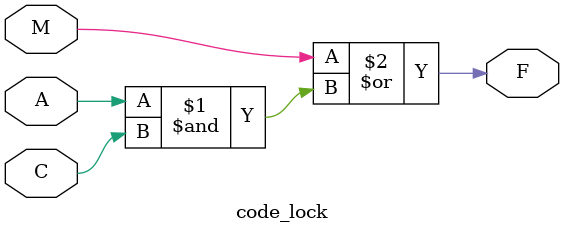
<source format=v>
/*
*	M. Todorov 2021
*/

`timescale 1ns / 1ps

module code_lock
 	(
		input 	A,
		input 	M,
		input 	C,
		
		output	F
  	);
  
  	assign F = M | (A & C);
  
endmodule

</source>
